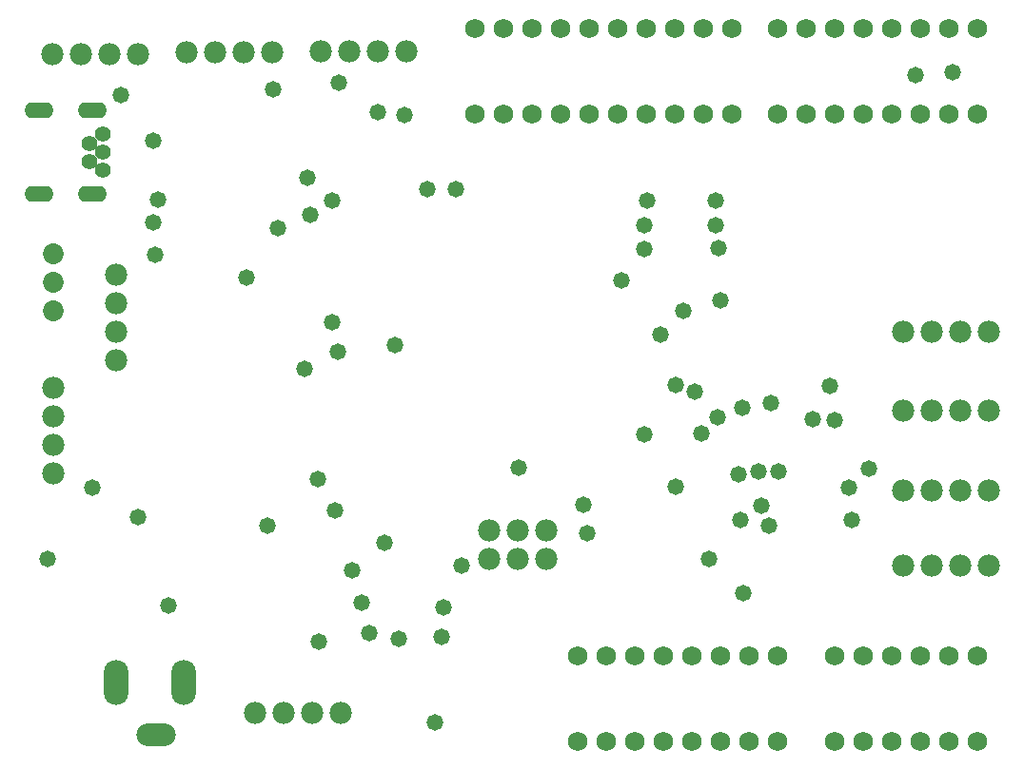
<source format=gbs>
G04*
G04 #@! TF.GenerationSoftware,Altium Limited,Altium Designer,23.1.1 (15)*
G04*
G04 Layer_Color=16711935*
%FSLAX44Y44*%
%MOMM*%
G71*
G04*
G04 #@! TF.SameCoordinates,F8FEC074-9B5C-4FA2-A9AA-F0323AAD1731*
G04*
G04*
G04 #@! TF.FilePolarity,Negative*
G04*
G01*
G75*
%ADD39C,1.9812*%
%ADD40C,1.7272*%
%ADD41O,2.2032X4.0032*%
%ADD42O,3.5032X2.0032*%
%ADD43C,1.8532*%
%ADD44O,2.6032X1.4032*%
%ADD45C,1.4032*%
%ADD46C,1.4732*%
D39*
X264160Y45720D02*
D03*
X289560D02*
D03*
X213360D02*
D03*
X238760D02*
D03*
X421640Y182880D02*
D03*
Y208280D02*
D03*
X447040Y182880D02*
D03*
Y208280D02*
D03*
X472440Y182880D02*
D03*
Y208280D02*
D03*
X297180Y635000D02*
D03*
X271780D02*
D03*
X347980D02*
D03*
X322580D02*
D03*
X177800Y633730D02*
D03*
X152400D02*
D03*
X228600D02*
D03*
X203200D02*
D03*
X58420Y632460D02*
D03*
X33020D02*
D03*
X109220D02*
D03*
X83820D02*
D03*
X90170Y410210D02*
D03*
Y435610D02*
D03*
Y359410D02*
D03*
Y384810D02*
D03*
X34290Y284480D02*
D03*
Y259080D02*
D03*
Y335280D02*
D03*
Y309880D02*
D03*
X815340Y384810D02*
D03*
X789940D02*
D03*
X866140D02*
D03*
X840740D02*
D03*
X815340Y314960D02*
D03*
X789940D02*
D03*
X866140D02*
D03*
X840740D02*
D03*
X815340Y243840D02*
D03*
X789940D02*
D03*
X866140D02*
D03*
X840740D02*
D03*
X815340Y176530D02*
D03*
X789940D02*
D03*
X866140D02*
D03*
X840740D02*
D03*
D40*
X500634Y96520D02*
D03*
X526034D02*
D03*
X551434D02*
D03*
X576834D02*
D03*
X602234D02*
D03*
X627634D02*
D03*
X653034D02*
D03*
X678434D02*
D03*
X500634Y20320D02*
D03*
X526034D02*
D03*
X551434D02*
D03*
X576834D02*
D03*
X602234D02*
D03*
X627634D02*
D03*
X653034D02*
D03*
X678434D02*
D03*
X678180Y579120D02*
D03*
X703580D02*
D03*
X728980D02*
D03*
X754380D02*
D03*
X779780D02*
D03*
X805180D02*
D03*
X830580D02*
D03*
X855980D02*
D03*
X678180Y655320D02*
D03*
X703580D02*
D03*
X728980D02*
D03*
X754380D02*
D03*
X779780D02*
D03*
X805180D02*
D03*
X830580D02*
D03*
X855980D02*
D03*
X408940Y579120D02*
D03*
X434340D02*
D03*
X459740D02*
D03*
X485140D02*
D03*
X510540D02*
D03*
X535940D02*
D03*
X561340D02*
D03*
X586740D02*
D03*
X612140D02*
D03*
X637540D02*
D03*
Y655320D02*
D03*
X612140D02*
D03*
X586740D02*
D03*
X561340D02*
D03*
X535940D02*
D03*
X510540D02*
D03*
X485140D02*
D03*
X459740D02*
D03*
X434340D02*
D03*
X408940D02*
D03*
X830834Y96520D02*
D03*
X856234D02*
D03*
X805434D02*
D03*
X780034D02*
D03*
X754634D02*
D03*
X729234D02*
D03*
X830580Y20320D02*
D03*
X855980D02*
D03*
X805180D02*
D03*
X779780D02*
D03*
X754380D02*
D03*
X728980D02*
D03*
D41*
X150170Y72390D02*
D03*
X90170D02*
D03*
D42*
X125170Y25890D02*
D03*
D43*
X34290Y403860D02*
D03*
Y429260D02*
D03*
Y454660D02*
D03*
D44*
X21272Y507630D02*
D03*
X68772D02*
D03*
Y582030D02*
D03*
X21272D02*
D03*
D45*
X77789Y560630D02*
D03*
X65752Y552632D02*
D03*
Y536632D02*
D03*
X77789Y544631D02*
D03*
Y528631D02*
D03*
D46*
X269240Y254000D02*
D03*
X284480Y226060D02*
D03*
X287020Y367030D02*
D03*
X337820Y373380D02*
D03*
X588010Y337820D02*
D03*
X801370Y613410D02*
D03*
X29210Y182626D02*
D03*
X373380Y36830D02*
D03*
X392430Y511810D02*
D03*
X367030D02*
D03*
X381000Y139700D02*
D03*
X299720Y172720D02*
D03*
X623570Y501650D02*
D03*
Y480060D02*
D03*
X562610Y501650D02*
D03*
X834390Y615950D02*
D03*
X679450Y260350D02*
D03*
X759460Y262890D02*
D03*
X672612Y321056D02*
D03*
X728980Y306070D02*
D03*
X725170Y336550D02*
D03*
X709930Y307340D02*
D03*
X741680Y246380D02*
D03*
X379730Y113030D02*
D03*
X308610Y143510D02*
D03*
X328930Y196850D02*
D03*
X314960Y116840D02*
D03*
X341630Y111760D02*
D03*
X647700Y152400D02*
D03*
X627380Y412750D02*
D03*
X624840Y308610D02*
D03*
X626110Y459740D02*
D03*
X647025Y317215D02*
D03*
X643890Y257810D02*
D03*
X645160Y217170D02*
D03*
X288290Y607060D02*
D03*
X346710Y577850D02*
D03*
X322580Y580390D02*
D03*
X505460Y231140D02*
D03*
X509270Y205740D02*
D03*
X617220Y182880D02*
D03*
X588010Y246634D02*
D03*
X560070Y293370D02*
D03*
Y458470D02*
D03*
Y480060D02*
D03*
X448310Y264160D02*
D03*
X539750Y430530D02*
D03*
X604520Y331470D02*
D03*
X594360Y403860D02*
D03*
X397510Y176530D02*
D03*
X574040Y382270D02*
D03*
X670560Y212090D02*
D03*
X664210Y229870D02*
D03*
X744220Y217170D02*
D03*
X661670Y260350D02*
D03*
X610870Y294640D02*
D03*
X224790Y212176D02*
D03*
X270256Y109220D02*
D03*
X205740Y433070D02*
D03*
X281940Y501650D02*
D03*
X233680Y477520D02*
D03*
X281940Y393700D02*
D03*
X262890Y488950D02*
D03*
X257810Y351790D02*
D03*
X260350Y521970D02*
D03*
X229870Y600710D02*
D03*
X127000Y502920D02*
D03*
X124460Y453390D02*
D03*
X123190Y482600D02*
D03*
Y554990D02*
D03*
X94488Y595630D02*
D03*
X68580Y246380D02*
D03*
X136144Y140970D02*
D03*
X109220Y219710D02*
D03*
M02*

</source>
